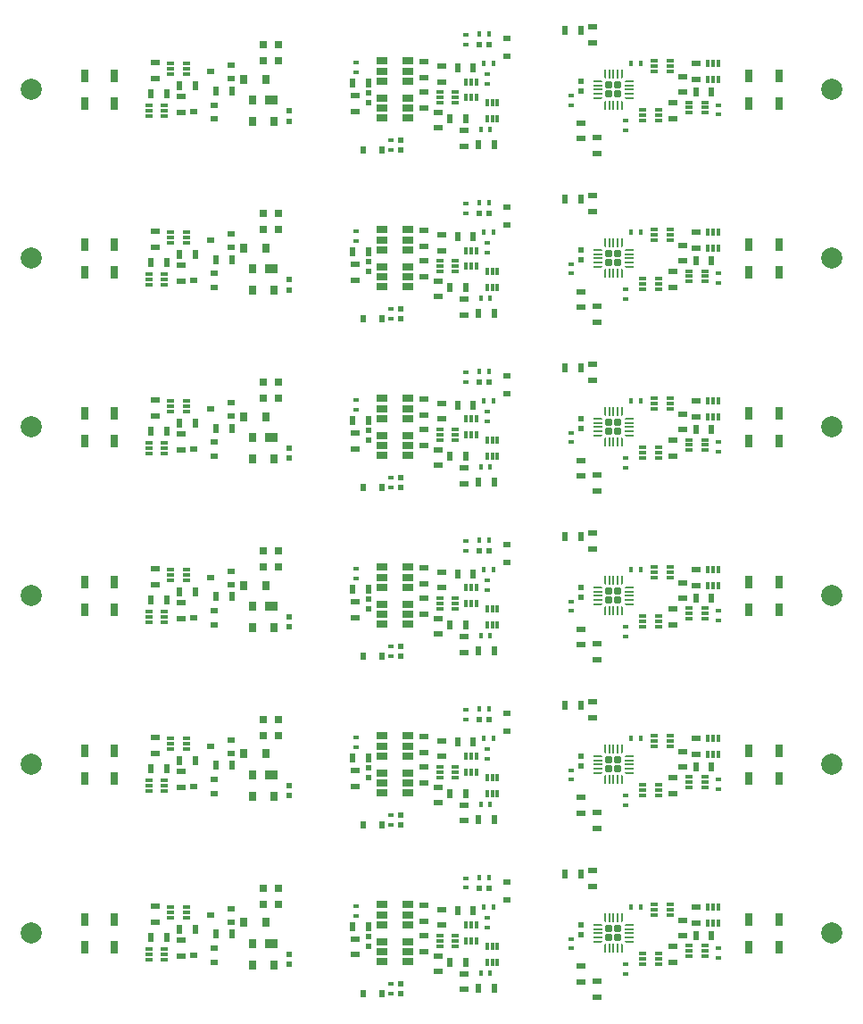
<source format=gtp>
G04 #@! TF.GenerationSoftware,KiCad,Pcbnew,7.0.11*
G04 #@! TF.CreationDate,2024-06-06T00:44:59+09:00*
G04 #@! TF.ProjectId,motordecoder2-K3057,6d6f746f-7264-4656-936f-646572322d4b,rev?*
G04 #@! TF.SameCoordinates,Original*
G04 #@! TF.FileFunction,Paste,Top*
G04 #@! TF.FilePolarity,Positive*
%FSLAX46Y46*%
G04 Gerber Fmt 4.6, Leading zero omitted, Abs format (unit mm)*
G04 Created by KiCad (PCBNEW 7.0.11) date 2024-06-06 00:44:59*
%MOMM*%
%LPD*%
G01*
G04 APERTURE LIST*
G04 Aperture macros list*
%AMRoundRect*
0 Rectangle with rounded corners*
0 $1 Rounding radius*
0 $2 $3 $4 $5 $6 $7 $8 $9 X,Y pos of 4 corners*
0 Add a 4 corners polygon primitive as box body*
4,1,4,$2,$3,$4,$5,$6,$7,$8,$9,$2,$3,0*
0 Add four circle primitives for the rounded corners*
1,1,$1+$1,$2,$3*
1,1,$1+$1,$4,$5*
1,1,$1+$1,$6,$7*
1,1,$1+$1,$8,$9*
0 Add four rect primitives between the rounded corners*
20,1,$1+$1,$2,$3,$4,$5,0*
20,1,$1+$1,$4,$5,$6,$7,0*
20,1,$1+$1,$6,$7,$8,$9,0*
20,1,$1+$1,$8,$9,$2,$3,0*%
%AMFreePoly0*
4,1,14,0.334644,0.085355,0.385355,0.034644,0.400000,-0.000711,0.400000,-0.050000,0.385355,-0.085355,0.350000,-0.100000,-0.350000,-0.100000,-0.385355,-0.085355,-0.400000,-0.050000,-0.400000,0.050000,-0.385355,0.085355,-0.350000,0.100000,0.299289,0.100000,0.334644,0.085355,0.334644,0.085355,$1*%
%AMFreePoly1*
4,1,14,0.385355,0.085355,0.400000,0.050000,0.400000,0.000711,0.385355,-0.034644,0.334644,-0.085355,0.299289,-0.100000,-0.350000,-0.100000,-0.385355,-0.085355,-0.400000,-0.050000,-0.400000,0.050000,-0.385355,0.085355,-0.350000,0.100000,0.350000,0.100000,0.385355,0.085355,0.385355,0.085355,$1*%
%AMFreePoly2*
4,1,14,0.085355,0.385355,0.100000,0.350000,0.100000,-0.350000,0.085355,-0.385355,0.050000,-0.400000,-0.050000,-0.400000,-0.085355,-0.385355,-0.100000,-0.350000,-0.100000,0.299289,-0.085355,0.334644,-0.034644,0.385355,0.000711,0.400000,0.050000,0.400000,0.085355,0.385355,0.085355,0.385355,$1*%
%AMFreePoly3*
4,1,14,0.034644,0.385355,0.085355,0.334644,0.100000,0.299289,0.100000,-0.350000,0.085355,-0.385355,0.050000,-0.400000,-0.050000,-0.400000,-0.085355,-0.385355,-0.100000,-0.350000,-0.100000,0.350000,-0.085355,0.385355,-0.050000,0.400000,-0.000711,0.400000,0.034644,0.385355,0.034644,0.385355,$1*%
%AMFreePoly4*
4,1,14,0.385355,0.085355,0.400000,0.050000,0.400000,-0.050000,0.385355,-0.085355,0.350000,-0.100000,-0.299289,-0.100000,-0.334644,-0.085355,-0.385355,-0.034644,-0.400000,0.000711,-0.400000,0.050000,-0.385355,0.085355,-0.350000,0.100000,0.350000,0.100000,0.385355,0.085355,0.385355,0.085355,$1*%
%AMFreePoly5*
4,1,14,0.385355,0.085355,0.400000,0.050000,0.400000,-0.050000,0.385355,-0.085355,0.350000,-0.100000,-0.350000,-0.100000,-0.385355,-0.085355,-0.400000,-0.050000,-0.400000,-0.000711,-0.385355,0.034644,-0.334644,0.085355,-0.299289,0.100000,0.350000,0.100000,0.385355,0.085355,0.385355,0.085355,$1*%
%AMFreePoly6*
4,1,14,0.085355,0.385355,0.100000,0.350000,0.100000,-0.299289,0.085355,-0.334644,0.034644,-0.385355,-0.000711,-0.400000,-0.050000,-0.400000,-0.085355,-0.385355,-0.100000,-0.350000,-0.100000,0.350000,-0.085355,0.385355,-0.050000,0.400000,0.050000,0.400000,0.085355,0.385355,0.085355,0.385355,$1*%
%AMFreePoly7*
4,1,14,0.085355,0.385355,0.100000,0.350000,0.100000,-0.350000,0.085355,-0.385355,0.050000,-0.400000,0.000711,-0.400000,-0.034644,-0.385355,-0.085355,-0.334644,-0.100000,-0.299289,-0.100000,0.350000,-0.085355,0.385355,-0.050000,0.400000,0.050000,0.400000,0.085355,0.385355,0.085355,0.385355,$1*%
G04 Aperture macros list end*
%ADD10R,0.500000X0.550000*%
%ADD11R,0.800000X0.800000*%
%ADD12R,0.550000X0.500000*%
%ADD13R,1.200000X0.900000*%
%ADD14R,0.800000X0.900000*%
%ADD15R,1.000000X0.700000*%
%ADD16R,0.300000X0.700000*%
%ADD17R,0.700000X0.300000*%
%ADD18R,0.900000X0.500000*%
%ADD19R,0.500000X0.900000*%
%ADD20R,0.600000X0.400000*%
%ADD21R,0.400000X0.600000*%
%ADD22RoundRect,0.172500X-0.172500X-0.172500X0.172500X-0.172500X0.172500X0.172500X-0.172500X0.172500X0*%
%ADD23FreePoly0,0.000000*%
%ADD24RoundRect,0.050000X-0.350000X-0.050000X0.350000X-0.050000X0.350000X0.050000X-0.350000X0.050000X0*%
%ADD25FreePoly1,0.000000*%
%ADD26FreePoly2,0.000000*%
%ADD27RoundRect,0.050000X-0.050000X-0.350000X0.050000X-0.350000X0.050000X0.350000X-0.050000X0.350000X0*%
%ADD28FreePoly3,0.000000*%
%ADD29FreePoly4,0.000000*%
%ADD30FreePoly5,0.000000*%
%ADD31FreePoly6,0.000000*%
%ADD32FreePoly7,0.000000*%
%ADD33R,0.800000X0.600000*%
%ADD34R,0.700000X0.800000*%
%ADD35R,0.800000X0.500000*%
%ADD36R,0.750000X1.300000*%
%ADD37R,0.600000X0.800000*%
%ADD38C,2.000000*%
G04 APERTURE END LIST*
D10*
X115000000Y-44975000D03*
X115000000Y-44025000D03*
D11*
X114000000Y-37725000D03*
X114000000Y-39275000D03*
D10*
X142650000Y-42125000D03*
X142650000Y-41175000D03*
X122500000Y-42275000D03*
X122500000Y-43225000D03*
D12*
X133975000Y-37750000D03*
X133025000Y-37750000D03*
D10*
X125600000Y-47725000D03*
X125600000Y-46775000D03*
D13*
X113300000Y-43000000D03*
D14*
X111500000Y-43000000D03*
X111500000Y-45000000D03*
X113500000Y-45000000D03*
X110700000Y-41000000D03*
X112800000Y-41000000D03*
D15*
X126200000Y-41200000D03*
X126200000Y-40250000D03*
X126200000Y-39300000D03*
X123800000Y-39300000D03*
X123800000Y-40250000D03*
X123800000Y-41200000D03*
X126200000Y-44700000D03*
X126200000Y-43750000D03*
X126200000Y-42800000D03*
X123800000Y-42800000D03*
X123800000Y-43750000D03*
X123800000Y-44700000D03*
D16*
X154700000Y-41050000D03*
X155200000Y-41050000D03*
X155700000Y-41050000D03*
X155700000Y-39550000D03*
X155200000Y-39550000D03*
X154700000Y-39550000D03*
D17*
X152950000Y-43200000D03*
X152950000Y-43700000D03*
X152950000Y-44200000D03*
X154450000Y-44200000D03*
X154450000Y-43700000D03*
X154450000Y-43200000D03*
X103750000Y-39500000D03*
X103750000Y-40000000D03*
X103750000Y-40500000D03*
X105250000Y-40500000D03*
X105250000Y-40000000D03*
X105250000Y-39500000D03*
X103150000Y-44500000D03*
X103150000Y-44000000D03*
X103150000Y-43500000D03*
X101650000Y-43500000D03*
X101650000Y-44000000D03*
X101650000Y-44500000D03*
X149650000Y-39300000D03*
X149650000Y-39800000D03*
X149650000Y-40300000D03*
X151150000Y-40300000D03*
X151150000Y-39800000D03*
X151150000Y-39300000D03*
D16*
X131750000Y-42750000D03*
X132250000Y-42750000D03*
X132750000Y-42750000D03*
X132750000Y-41250000D03*
X132250000Y-41250000D03*
X131750000Y-41250000D03*
X134750000Y-43250000D03*
X134250000Y-43250000D03*
X133750000Y-43250000D03*
X133750000Y-44750000D03*
X134250000Y-44750000D03*
X134750000Y-44750000D03*
D18*
X143800000Y-36050000D03*
X143800000Y-37550000D03*
X144200000Y-48050000D03*
X144200000Y-46550000D03*
X127750000Y-40850000D03*
X127750000Y-39350000D03*
X127750000Y-43750000D03*
X127750000Y-42250000D03*
D19*
X131750000Y-44750000D03*
X130250000Y-44750000D03*
D18*
X131600000Y-47350000D03*
X131600000Y-45850000D03*
D20*
X141750000Y-42550000D03*
X141750000Y-43450000D03*
D19*
X108050000Y-42100000D03*
X109550000Y-42100000D03*
D18*
X153600000Y-39550000D03*
X153600000Y-41050000D03*
D20*
X155700000Y-43450000D03*
X155700000Y-44350000D03*
D18*
X102300000Y-39450000D03*
X102300000Y-40950000D03*
X151400000Y-44750000D03*
X151400000Y-43250000D03*
D20*
X146900000Y-44950000D03*
X146900000Y-45850000D03*
D18*
X104700000Y-44150000D03*
X104700000Y-42650000D03*
D21*
X148350000Y-39500000D03*
X147450000Y-39500000D03*
D19*
X106050000Y-41600000D03*
X104550000Y-41600000D03*
D20*
X133800000Y-41450000D03*
X133800000Y-40550000D03*
D21*
X133950000Y-36750000D03*
X133050000Y-36750000D03*
D20*
X131750000Y-37700000D03*
X131750000Y-36800000D03*
D21*
X134350000Y-39500000D03*
X133450000Y-39500000D03*
D19*
X132950000Y-47200000D03*
X134450000Y-47200000D03*
D21*
X134050000Y-45750000D03*
X133150000Y-45750000D03*
D22*
X145325000Y-41575000D03*
X145325000Y-42425000D03*
X146175000Y-41575000D03*
X146175000Y-42425000D03*
D23*
X144300000Y-41200000D03*
D24*
X144300000Y-41600000D03*
X144300000Y-42000000D03*
X144300000Y-42400000D03*
D25*
X144300000Y-42800000D03*
D26*
X144950000Y-43450000D03*
D27*
X145350000Y-43450000D03*
X145750000Y-43450000D03*
X146150000Y-43450000D03*
D28*
X146550000Y-43450000D03*
D29*
X147200000Y-42800000D03*
D24*
X147200000Y-42400000D03*
X147200000Y-42000000D03*
X147200000Y-41600000D03*
D30*
X147200000Y-41200000D03*
D31*
X146550000Y-40550000D03*
D27*
X146150000Y-40550000D03*
X145750000Y-40550000D03*
X145350000Y-40550000D03*
D32*
X144950000Y-40550000D03*
D17*
X129250000Y-42250000D03*
X129250000Y-42750000D03*
X129250000Y-43250000D03*
X130750000Y-43250000D03*
X130750000Y-42750000D03*
X130750000Y-42250000D03*
D18*
X129100000Y-44150000D03*
X129100000Y-45650000D03*
D19*
X121000000Y-41400000D03*
X122500000Y-41400000D03*
D18*
X121250000Y-42550000D03*
X121250000Y-44050000D03*
D19*
X132450000Y-39900000D03*
X130950000Y-39900000D03*
D18*
X129500000Y-41250000D03*
X129500000Y-39750000D03*
D20*
X124600000Y-47700000D03*
X124600000Y-46800000D03*
D33*
X135600000Y-38850000D03*
X135600000Y-37150000D03*
D19*
X155050000Y-42200000D03*
X153550000Y-42200000D03*
D18*
X152300000Y-40750000D03*
X152300000Y-42250000D03*
D17*
X150050000Y-44900000D03*
X150050000Y-44400000D03*
X150050000Y-43900000D03*
X148550000Y-43900000D03*
X148550000Y-44400000D03*
X148550000Y-44900000D03*
D19*
X101850000Y-42400000D03*
X103350000Y-42400000D03*
D34*
X112500000Y-37725000D03*
X112500000Y-39275000D03*
D35*
X109450000Y-40950000D03*
X109450000Y-39650000D03*
X107550000Y-40300000D03*
D20*
X121300000Y-40350000D03*
X121300000Y-39450000D03*
D19*
X142650000Y-36400000D03*
X141150000Y-36400000D03*
D18*
X142700000Y-45150000D03*
X142700000Y-46650000D03*
D36*
X98375000Y-40700000D03*
X98375000Y-43300000D03*
X158625000Y-43300000D03*
X158625000Y-40700000D03*
X161425000Y-43300000D03*
X161425000Y-40700000D03*
X95575000Y-40700000D03*
X95575000Y-43300000D03*
D37*
X123750000Y-47750000D03*
X122050000Y-47750000D03*
D35*
X107850000Y-44750000D03*
X107850000Y-43450000D03*
X105950000Y-44100000D03*
D18*
X153600000Y-103550000D03*
X153600000Y-105050000D03*
D21*
X134050000Y-125750000D03*
X133150000Y-125750000D03*
D34*
X112500000Y-85725000D03*
X112500000Y-87275000D03*
D20*
X131750000Y-69700000D03*
X131750000Y-68800000D03*
D18*
X104700000Y-124150000D03*
X104700000Y-122650000D03*
D35*
X109450000Y-72950000D03*
X109450000Y-71650000D03*
X107550000Y-72300000D03*
D10*
X115000000Y-76975000D03*
X115000000Y-76025000D03*
D18*
X102300000Y-87450000D03*
X102300000Y-88950000D03*
D15*
X126200000Y-89200000D03*
X126200000Y-88250000D03*
X126200000Y-87300000D03*
X123800000Y-87300000D03*
X123800000Y-88250000D03*
X123800000Y-89200000D03*
D19*
X155050000Y-90200000D03*
X153550000Y-90200000D03*
D10*
X122500000Y-106275000D03*
X122500000Y-107225000D03*
D20*
X121300000Y-88350000D03*
X121300000Y-87450000D03*
D10*
X115000000Y-60975000D03*
X115000000Y-60025000D03*
D15*
X126200000Y-108700000D03*
X126200000Y-107750000D03*
X126200000Y-106800000D03*
X123800000Y-106800000D03*
X123800000Y-107750000D03*
X123800000Y-108700000D03*
D38*
X166500000Y-58000000D03*
D37*
X123750000Y-63750000D03*
X122050000Y-63750000D03*
D18*
X143800000Y-116050000D03*
X143800000Y-117550000D03*
X152300000Y-72750000D03*
X152300000Y-74250000D03*
D20*
X131750000Y-117700000D03*
X131750000Y-116800000D03*
X121300000Y-104350000D03*
X121300000Y-103450000D03*
D38*
X166500000Y-106000000D03*
D19*
X131750000Y-92750000D03*
X130250000Y-92750000D03*
D16*
X131750000Y-58750000D03*
X132250000Y-58750000D03*
X132750000Y-58750000D03*
X132750000Y-57250000D03*
X132250000Y-57250000D03*
X131750000Y-57250000D03*
D18*
X129500000Y-73250000D03*
X129500000Y-71750000D03*
D37*
X123750000Y-79750000D03*
X122050000Y-79750000D03*
D36*
X158625000Y-59300000D03*
X158625000Y-56700000D03*
D17*
X129250000Y-90250000D03*
X129250000Y-90750000D03*
X129250000Y-91250000D03*
X130750000Y-91250000D03*
X130750000Y-90750000D03*
X130750000Y-90250000D03*
D37*
X123750000Y-127750000D03*
X122050000Y-127750000D03*
D36*
X95575000Y-88700000D03*
X95575000Y-91300000D03*
D18*
X129500000Y-89250000D03*
X129500000Y-87750000D03*
D22*
X145325000Y-73575000D03*
X145325000Y-74425000D03*
X146175000Y-73575000D03*
X146175000Y-74425000D03*
D23*
X144300000Y-73200000D03*
D24*
X144300000Y-73600000D03*
X144300000Y-74000000D03*
X144300000Y-74400000D03*
D25*
X144300000Y-74800000D03*
D26*
X144950000Y-75450000D03*
D27*
X145350000Y-75450000D03*
X145750000Y-75450000D03*
X146150000Y-75450000D03*
D28*
X146550000Y-75450000D03*
D29*
X147200000Y-74800000D03*
D24*
X147200000Y-74400000D03*
X147200000Y-74000000D03*
X147200000Y-73600000D03*
D30*
X147200000Y-73200000D03*
D31*
X146550000Y-72550000D03*
D27*
X146150000Y-72550000D03*
X145750000Y-72550000D03*
X145350000Y-72550000D03*
D32*
X144950000Y-72550000D03*
D18*
X142700000Y-125150000D03*
X142700000Y-126650000D03*
D17*
X129250000Y-106250000D03*
X129250000Y-106750000D03*
X129250000Y-107250000D03*
X130750000Y-107250000D03*
X130750000Y-106750000D03*
X130750000Y-106250000D03*
D18*
X152300000Y-104750000D03*
X152300000Y-106250000D03*
X121250000Y-122550000D03*
X121250000Y-124050000D03*
D19*
X108050000Y-58100000D03*
X109550000Y-58100000D03*
D17*
X152950000Y-91200000D03*
X152950000Y-91700000D03*
X152950000Y-92200000D03*
X154450000Y-92200000D03*
X154450000Y-91700000D03*
X154450000Y-91200000D03*
D19*
X101850000Y-122400000D03*
X103350000Y-122400000D03*
D10*
X142650000Y-90125000D03*
X142650000Y-89175000D03*
D22*
X145325000Y-105575000D03*
X145325000Y-106425000D03*
X146175000Y-105575000D03*
X146175000Y-106425000D03*
D23*
X144300000Y-105200000D03*
D24*
X144300000Y-105600000D03*
X144300000Y-106000000D03*
X144300000Y-106400000D03*
D25*
X144300000Y-106800000D03*
D26*
X144950000Y-107450000D03*
D27*
X145350000Y-107450000D03*
X145750000Y-107450000D03*
X146150000Y-107450000D03*
D28*
X146550000Y-107450000D03*
D29*
X147200000Y-106800000D03*
D24*
X147200000Y-106400000D03*
X147200000Y-106000000D03*
X147200000Y-105600000D03*
D30*
X147200000Y-105200000D03*
D31*
X146550000Y-104550000D03*
D27*
X146150000Y-104550000D03*
X145750000Y-104550000D03*
X145350000Y-104550000D03*
D32*
X144950000Y-104550000D03*
D18*
X127750000Y-56850000D03*
X127750000Y-55350000D03*
D17*
X103150000Y-60500000D03*
X103150000Y-60000000D03*
X103150000Y-59500000D03*
X101650000Y-59500000D03*
X101650000Y-60000000D03*
X101650000Y-60500000D03*
X103750000Y-55500000D03*
X103750000Y-56000000D03*
X103750000Y-56500000D03*
X105250000Y-56500000D03*
X105250000Y-56000000D03*
X105250000Y-55500000D03*
D21*
X133950000Y-52750000D03*
X133050000Y-52750000D03*
D19*
X142650000Y-116400000D03*
X141150000Y-116400000D03*
D21*
X133950000Y-68750000D03*
X133050000Y-68750000D03*
X134050000Y-77750000D03*
X133150000Y-77750000D03*
D19*
X108050000Y-74100000D03*
X109550000Y-74100000D03*
D20*
X133800000Y-89450000D03*
X133800000Y-88550000D03*
D12*
X133975000Y-69750000D03*
X133025000Y-69750000D03*
D14*
X110700000Y-57000000D03*
X112800000Y-57000000D03*
X110700000Y-121000000D03*
X112800000Y-121000000D03*
D17*
X152950000Y-123200000D03*
X152950000Y-123700000D03*
X152950000Y-124200000D03*
X154450000Y-124200000D03*
X154450000Y-123700000D03*
X154450000Y-123200000D03*
D38*
X90500000Y-106000000D03*
D17*
X129250000Y-122250000D03*
X129250000Y-122750000D03*
X129250000Y-123250000D03*
X130750000Y-123250000D03*
X130750000Y-122750000D03*
X130750000Y-122250000D03*
D21*
X134350000Y-87500000D03*
X133450000Y-87500000D03*
D17*
X129250000Y-58250000D03*
X129250000Y-58750000D03*
X129250000Y-59250000D03*
X130750000Y-59250000D03*
X130750000Y-58750000D03*
X130750000Y-58250000D03*
D10*
X125600000Y-63725000D03*
X125600000Y-62775000D03*
D19*
X106050000Y-89600000D03*
X104550000Y-89600000D03*
X131750000Y-76750000D03*
X130250000Y-76750000D03*
D18*
X153600000Y-119550000D03*
X153600000Y-121050000D03*
D17*
X103750000Y-103500000D03*
X103750000Y-104000000D03*
X103750000Y-104500000D03*
X105250000Y-104500000D03*
X105250000Y-104000000D03*
X105250000Y-103500000D03*
X150050000Y-108900000D03*
X150050000Y-108400000D03*
X150050000Y-107900000D03*
X148550000Y-107900000D03*
X148550000Y-108400000D03*
X148550000Y-108900000D03*
D18*
X131600000Y-79350000D03*
X131600000Y-77850000D03*
D20*
X133800000Y-73450000D03*
X133800000Y-72550000D03*
D18*
X142700000Y-61150000D03*
X142700000Y-62650000D03*
D16*
X131750000Y-106750000D03*
X132250000Y-106750000D03*
X132750000Y-106750000D03*
X132750000Y-105250000D03*
X132250000Y-105250000D03*
X131750000Y-105250000D03*
D36*
X161425000Y-107300000D03*
X161425000Y-104700000D03*
D38*
X90500000Y-74000000D03*
D20*
X155700000Y-75450000D03*
X155700000Y-76350000D03*
D36*
X158625000Y-91300000D03*
X158625000Y-88700000D03*
D18*
X152300000Y-120750000D03*
X152300000Y-122250000D03*
D36*
X158625000Y-123300000D03*
X158625000Y-120700000D03*
D19*
X101850000Y-58400000D03*
X103350000Y-58400000D03*
D38*
X166500000Y-122000000D03*
D21*
X134350000Y-119500000D03*
X133450000Y-119500000D03*
D13*
X113300000Y-59000000D03*
D14*
X111500000Y-59000000D03*
X111500000Y-61000000D03*
X113500000Y-61000000D03*
D36*
X158625000Y-75300000D03*
X158625000Y-72700000D03*
D20*
X155700000Y-123450000D03*
X155700000Y-124350000D03*
D17*
X103150000Y-76500000D03*
X103150000Y-76000000D03*
X103150000Y-75500000D03*
X101650000Y-75500000D03*
X101650000Y-76000000D03*
X101650000Y-76500000D03*
D20*
X124600000Y-111700000D03*
X124600000Y-110800000D03*
X146900000Y-108950000D03*
X146900000Y-109850000D03*
D10*
X125600000Y-95725000D03*
X125600000Y-94775000D03*
D18*
X129100000Y-76150000D03*
X129100000Y-77650000D03*
D16*
X131750000Y-74750000D03*
X132250000Y-74750000D03*
X132750000Y-74750000D03*
X132750000Y-73250000D03*
X132250000Y-73250000D03*
X131750000Y-73250000D03*
D17*
X149650000Y-119300000D03*
X149650000Y-119800000D03*
X149650000Y-120300000D03*
X151150000Y-120300000D03*
X151150000Y-119800000D03*
X151150000Y-119300000D03*
D38*
X90500000Y-90000000D03*
D15*
X126200000Y-57200000D03*
X126200000Y-56250000D03*
X126200000Y-55300000D03*
X123800000Y-55300000D03*
X123800000Y-56250000D03*
X123800000Y-57200000D03*
D19*
X132450000Y-119900000D03*
X130950000Y-119900000D03*
D21*
X133950000Y-84750000D03*
X133050000Y-84750000D03*
D18*
X129500000Y-57250000D03*
X129500000Y-55750000D03*
D19*
X101850000Y-90400000D03*
X103350000Y-90400000D03*
D15*
X126200000Y-60700000D03*
X126200000Y-59750000D03*
X126200000Y-58800000D03*
X123800000Y-58800000D03*
X123800000Y-59750000D03*
X123800000Y-60700000D03*
D38*
X90500000Y-122000000D03*
D21*
X133950000Y-116750000D03*
X133050000Y-116750000D03*
D20*
X141750000Y-106550000D03*
X141750000Y-107450000D03*
D18*
X144200000Y-80050000D03*
X144200000Y-78550000D03*
X127750000Y-88850000D03*
X127750000Y-87350000D03*
D33*
X135600000Y-86850000D03*
X135600000Y-85150000D03*
D20*
X124600000Y-63700000D03*
X124600000Y-62800000D03*
D18*
X142700000Y-93150000D03*
X142700000Y-94650000D03*
D19*
X121000000Y-73400000D03*
X122500000Y-73400000D03*
D18*
X102300000Y-103450000D03*
X102300000Y-104950000D03*
D22*
X145325000Y-121575000D03*
X145325000Y-122425000D03*
X146175000Y-121575000D03*
X146175000Y-122425000D03*
D23*
X144300000Y-121200000D03*
D24*
X144300000Y-121600000D03*
X144300000Y-122000000D03*
X144300000Y-122400000D03*
D25*
X144300000Y-122800000D03*
D26*
X144950000Y-123450000D03*
D27*
X145350000Y-123450000D03*
X145750000Y-123450000D03*
X146150000Y-123450000D03*
D28*
X146550000Y-123450000D03*
D29*
X147200000Y-122800000D03*
D24*
X147200000Y-122400000D03*
X147200000Y-122000000D03*
X147200000Y-121600000D03*
D30*
X147200000Y-121200000D03*
D31*
X146550000Y-120550000D03*
D27*
X146150000Y-120550000D03*
X145750000Y-120550000D03*
X145350000Y-120550000D03*
D32*
X144950000Y-120550000D03*
D19*
X121000000Y-57400000D03*
X122500000Y-57400000D03*
D18*
X104700000Y-108150000D03*
X104700000Y-106650000D03*
D35*
X107850000Y-124750000D03*
X107850000Y-123450000D03*
X105950000Y-124100000D03*
D17*
X103750000Y-119500000D03*
X103750000Y-120000000D03*
X103750000Y-120500000D03*
X105250000Y-120500000D03*
X105250000Y-120000000D03*
X105250000Y-119500000D03*
D19*
X142650000Y-84400000D03*
X141150000Y-84400000D03*
D20*
X121300000Y-120350000D03*
X121300000Y-119450000D03*
D11*
X114000000Y-53725000D03*
X114000000Y-55275000D03*
D20*
X124600000Y-95700000D03*
X124600000Y-94800000D03*
D17*
X152950000Y-75200000D03*
X152950000Y-75700000D03*
X152950000Y-76200000D03*
X154450000Y-76200000D03*
X154450000Y-75700000D03*
X154450000Y-75200000D03*
D10*
X122500000Y-58275000D03*
X122500000Y-59225000D03*
D11*
X114000000Y-85725000D03*
X114000000Y-87275000D03*
D10*
X122500000Y-90275000D03*
X122500000Y-91225000D03*
D19*
X121000000Y-89400000D03*
X122500000Y-89400000D03*
D36*
X98375000Y-120700000D03*
X98375000Y-123300000D03*
D33*
X135600000Y-102850000D03*
X135600000Y-101150000D03*
D18*
X131600000Y-111350000D03*
X131600000Y-109850000D03*
D19*
X155050000Y-106200000D03*
X153550000Y-106200000D03*
X101850000Y-106400000D03*
X103350000Y-106400000D03*
D18*
X144200000Y-64050000D03*
X144200000Y-62550000D03*
D10*
X115000000Y-124975000D03*
X115000000Y-124025000D03*
D19*
X142650000Y-52400000D03*
X141150000Y-52400000D03*
D18*
X127750000Y-107750000D03*
X127750000Y-106250000D03*
D19*
X132950000Y-79200000D03*
X134450000Y-79200000D03*
D18*
X102300000Y-71450000D03*
X102300000Y-72950000D03*
D15*
X126200000Y-121200000D03*
X126200000Y-120250000D03*
X126200000Y-119300000D03*
X123800000Y-119300000D03*
X123800000Y-120250000D03*
X123800000Y-121200000D03*
D18*
X127750000Y-91750000D03*
X127750000Y-90250000D03*
D20*
X131750000Y-53700000D03*
X131750000Y-52800000D03*
D21*
X134350000Y-103500000D03*
X133450000Y-103500000D03*
X134050000Y-93750000D03*
X133150000Y-93750000D03*
D13*
X113300000Y-107000000D03*
D14*
X111500000Y-107000000D03*
X111500000Y-109000000D03*
X113500000Y-109000000D03*
D10*
X142650000Y-74125000D03*
X142650000Y-73175000D03*
D36*
X98375000Y-88700000D03*
X98375000Y-91300000D03*
D10*
X142650000Y-122125000D03*
X142650000Y-121175000D03*
D11*
X114000000Y-117725000D03*
X114000000Y-119275000D03*
D17*
X103150000Y-108500000D03*
X103150000Y-108000000D03*
X103150000Y-107500000D03*
X101650000Y-107500000D03*
X101650000Y-108000000D03*
X101650000Y-108500000D03*
D19*
X131750000Y-108750000D03*
X130250000Y-108750000D03*
D10*
X122500000Y-122275000D03*
X122500000Y-123225000D03*
D18*
X129100000Y-124150000D03*
X129100000Y-125650000D03*
D20*
X146900000Y-124950000D03*
X146900000Y-125850000D03*
D18*
X131600000Y-127350000D03*
X131600000Y-125850000D03*
D21*
X148350000Y-71500000D03*
X147450000Y-71500000D03*
D38*
X166500000Y-74000000D03*
D18*
X131600000Y-95350000D03*
X131600000Y-93850000D03*
D19*
X132450000Y-103900000D03*
X130950000Y-103900000D03*
D20*
X131750000Y-101700000D03*
X131750000Y-100800000D03*
D18*
X102300000Y-55450000D03*
X102300000Y-56950000D03*
D19*
X142650000Y-68400000D03*
X141150000Y-68400000D03*
D12*
X133975000Y-85750000D03*
X133025000Y-85750000D03*
D17*
X149650000Y-71300000D03*
X149650000Y-71800000D03*
X149650000Y-72300000D03*
X151150000Y-72300000D03*
X151150000Y-71800000D03*
X151150000Y-71300000D03*
D16*
X134750000Y-75250000D03*
X134250000Y-75250000D03*
X133750000Y-75250000D03*
X133750000Y-76750000D03*
X134250000Y-76750000D03*
X134750000Y-76750000D03*
D10*
X115000000Y-108975000D03*
X115000000Y-108025000D03*
D19*
X155050000Y-74200000D03*
X153550000Y-74200000D03*
D20*
X141750000Y-74550000D03*
X141750000Y-75450000D03*
D19*
X131750000Y-124750000D03*
X130250000Y-124750000D03*
D15*
X126200000Y-124700000D03*
X126200000Y-123750000D03*
X126200000Y-122800000D03*
X123800000Y-122800000D03*
X123800000Y-123750000D03*
X123800000Y-124700000D03*
D14*
X110700000Y-89000000D03*
X112800000Y-89000000D03*
D19*
X101850000Y-74400000D03*
X103350000Y-74400000D03*
D17*
X150050000Y-60900000D03*
X150050000Y-60400000D03*
X150050000Y-59900000D03*
X148550000Y-59900000D03*
X148550000Y-60400000D03*
X148550000Y-60900000D03*
D18*
X144200000Y-96050000D03*
X144200000Y-94550000D03*
D19*
X108050000Y-90100000D03*
X109550000Y-90100000D03*
D36*
X161425000Y-123300000D03*
X161425000Y-120700000D03*
D20*
X155700000Y-59450000D03*
X155700000Y-60350000D03*
D17*
X152950000Y-59200000D03*
X152950000Y-59700000D03*
X152950000Y-60200000D03*
X154450000Y-60200000D03*
X154450000Y-59700000D03*
X154450000Y-59200000D03*
D20*
X146900000Y-76950000D03*
X146900000Y-77850000D03*
D36*
X95575000Y-56700000D03*
X95575000Y-59300000D03*
D17*
X149650000Y-103300000D03*
X149650000Y-103800000D03*
X149650000Y-104300000D03*
X151150000Y-104300000D03*
X151150000Y-103800000D03*
X151150000Y-103300000D03*
D19*
X121000000Y-105400000D03*
X122500000Y-105400000D03*
D14*
X110700000Y-105000000D03*
X112800000Y-105000000D03*
D10*
X125600000Y-111725000D03*
X125600000Y-110775000D03*
D35*
X107850000Y-60750000D03*
X107850000Y-59450000D03*
X105950000Y-60100000D03*
D17*
X103750000Y-71500000D03*
X103750000Y-72000000D03*
X103750000Y-72500000D03*
X105250000Y-72500000D03*
X105250000Y-72000000D03*
X105250000Y-71500000D03*
D35*
X107850000Y-108750000D03*
X107850000Y-107450000D03*
X105950000Y-108100000D03*
D20*
X133800000Y-105450000D03*
X133800000Y-104550000D03*
D11*
X114000000Y-101725000D03*
X114000000Y-103275000D03*
D21*
X134050000Y-61750000D03*
X133150000Y-61750000D03*
D19*
X132950000Y-127200000D03*
X134450000Y-127200000D03*
D12*
X133975000Y-101750000D03*
X133025000Y-101750000D03*
D18*
X151400000Y-60750000D03*
X151400000Y-59250000D03*
D19*
X121000000Y-121400000D03*
X122500000Y-121400000D03*
D33*
X135600000Y-118850000D03*
X135600000Y-117150000D03*
D20*
X155700000Y-107450000D03*
X155700000Y-108350000D03*
X131750000Y-85700000D03*
X131750000Y-84800000D03*
D10*
X142650000Y-106125000D03*
X142650000Y-105175000D03*
D18*
X151400000Y-108750000D03*
X151400000Y-107250000D03*
D19*
X108050000Y-106100000D03*
X109550000Y-106100000D03*
D17*
X150050000Y-92900000D03*
X150050000Y-92400000D03*
X150050000Y-91900000D03*
X148550000Y-91900000D03*
X148550000Y-92400000D03*
X148550000Y-92900000D03*
D20*
X133800000Y-121450000D03*
X133800000Y-120550000D03*
D21*
X148350000Y-55500000D03*
X147450000Y-55500000D03*
X134350000Y-55500000D03*
X133450000Y-55500000D03*
D16*
X134750000Y-59250000D03*
X134250000Y-59250000D03*
X133750000Y-59250000D03*
X133750000Y-60750000D03*
X134250000Y-60750000D03*
X134750000Y-60750000D03*
D18*
X121250000Y-58550000D03*
X121250000Y-60050000D03*
D19*
X131750000Y-60750000D03*
X130250000Y-60750000D03*
D18*
X127750000Y-59750000D03*
X127750000Y-58250000D03*
D21*
X133950000Y-100750000D03*
X133050000Y-100750000D03*
D19*
X132950000Y-111200000D03*
X134450000Y-111200000D03*
D18*
X142700000Y-77150000D03*
X142700000Y-78650000D03*
D20*
X124600000Y-127700000D03*
X124600000Y-126800000D03*
D19*
X132950000Y-95200000D03*
X134450000Y-95200000D03*
D18*
X121250000Y-90550000D03*
X121250000Y-92050000D03*
X129500000Y-121250000D03*
X129500000Y-119750000D03*
X143800000Y-52050000D03*
X143800000Y-53550000D03*
X129500000Y-105250000D03*
X129500000Y-103750000D03*
D16*
X154700000Y-89050000D03*
X155200000Y-89050000D03*
X155700000Y-89050000D03*
X155700000Y-87550000D03*
X155200000Y-87550000D03*
X154700000Y-87550000D03*
D19*
X132450000Y-55900000D03*
X130950000Y-55900000D03*
D18*
X131600000Y-63350000D03*
X131600000Y-61850000D03*
D19*
X155050000Y-122200000D03*
X153550000Y-122200000D03*
D18*
X152300000Y-56750000D03*
X152300000Y-58250000D03*
X153600000Y-71550000D03*
X153600000Y-73050000D03*
X153600000Y-55550000D03*
X153600000Y-57050000D03*
X151400000Y-124750000D03*
X151400000Y-123250000D03*
D38*
X166500000Y-90000000D03*
D36*
X161425000Y-91300000D03*
X161425000Y-88700000D03*
D20*
X133800000Y-57450000D03*
X133800000Y-56550000D03*
D36*
X161425000Y-59300000D03*
X161425000Y-56700000D03*
D10*
X125600000Y-127725000D03*
X125600000Y-126775000D03*
D35*
X107850000Y-76750000D03*
X107850000Y-75450000D03*
X105950000Y-76100000D03*
D36*
X158625000Y-107300000D03*
X158625000Y-104700000D03*
D17*
X150050000Y-124900000D03*
X150050000Y-124400000D03*
X150050000Y-123900000D03*
X148550000Y-123900000D03*
X148550000Y-124400000D03*
X148550000Y-124900000D03*
D35*
X109450000Y-104950000D03*
X109450000Y-103650000D03*
X107550000Y-104300000D03*
D18*
X121250000Y-106550000D03*
X121250000Y-108050000D03*
D16*
X154700000Y-105050000D03*
X155200000Y-105050000D03*
X155700000Y-105050000D03*
X155700000Y-103550000D03*
X155200000Y-103550000D03*
X154700000Y-103550000D03*
D19*
X132450000Y-87900000D03*
X130950000Y-87900000D03*
D18*
X104700000Y-60150000D03*
X104700000Y-58650000D03*
D38*
X90500000Y-42000000D03*
D33*
X135600000Y-70850000D03*
X135600000Y-69150000D03*
D36*
X98375000Y-72700000D03*
X98375000Y-75300000D03*
D19*
X142650000Y-100400000D03*
X141150000Y-100400000D03*
D36*
X95575000Y-72700000D03*
X95575000Y-75300000D03*
D10*
X125600000Y-79725000D03*
X125600000Y-78775000D03*
D19*
X108050000Y-122100000D03*
X109550000Y-122100000D03*
D34*
X112500000Y-53725000D03*
X112500000Y-55275000D03*
D21*
X134350000Y-71500000D03*
X133450000Y-71500000D03*
D16*
X131750000Y-122750000D03*
X132250000Y-122750000D03*
X132750000Y-122750000D03*
X132750000Y-121250000D03*
X132250000Y-121250000D03*
X131750000Y-121250000D03*
D34*
X112500000Y-117725000D03*
X112500000Y-119275000D03*
D18*
X127750000Y-75750000D03*
X127750000Y-74250000D03*
D21*
X148350000Y-103500000D03*
X147450000Y-103500000D03*
D17*
X103750000Y-87500000D03*
X103750000Y-88000000D03*
X103750000Y-88500000D03*
X105250000Y-88500000D03*
X105250000Y-88000000D03*
X105250000Y-87500000D03*
D33*
X135600000Y-54850000D03*
X135600000Y-53150000D03*
D18*
X151400000Y-92750000D03*
X151400000Y-91250000D03*
D21*
X148350000Y-119500000D03*
X147450000Y-119500000D03*
D22*
X145325000Y-57575000D03*
X145325000Y-58425000D03*
X146175000Y-57575000D03*
X146175000Y-58425000D03*
D23*
X144300000Y-57200000D03*
D24*
X144300000Y-57600000D03*
X144300000Y-58000000D03*
X144300000Y-58400000D03*
D25*
X144300000Y-58800000D03*
D26*
X144950000Y-59450000D03*
D27*
X145350000Y-59450000D03*
X145750000Y-59450000D03*
X146150000Y-59450000D03*
D28*
X146550000Y-59450000D03*
D29*
X147200000Y-58800000D03*
D24*
X147200000Y-58400000D03*
X147200000Y-58000000D03*
X147200000Y-57600000D03*
D30*
X147200000Y-57200000D03*
D31*
X146550000Y-56550000D03*
D27*
X146150000Y-56550000D03*
X145750000Y-56550000D03*
X145350000Y-56550000D03*
D32*
X144950000Y-56550000D03*
D36*
X98375000Y-104700000D03*
X98375000Y-107300000D03*
D18*
X143800000Y-84050000D03*
X143800000Y-85550000D03*
D17*
X129250000Y-74250000D03*
X129250000Y-74750000D03*
X129250000Y-75250000D03*
X130750000Y-75250000D03*
X130750000Y-74750000D03*
X130750000Y-74250000D03*
D18*
X129100000Y-60150000D03*
X129100000Y-61650000D03*
D34*
X112500000Y-69725000D03*
X112500000Y-71275000D03*
D17*
X150050000Y-76900000D03*
X150050000Y-76400000D03*
X150050000Y-75900000D03*
X148550000Y-75900000D03*
X148550000Y-76400000D03*
X148550000Y-76900000D03*
D18*
X104700000Y-92150000D03*
X104700000Y-90650000D03*
D17*
X149650000Y-87300000D03*
X149650000Y-87800000D03*
X149650000Y-88300000D03*
X151150000Y-88300000D03*
X151150000Y-87800000D03*
X151150000Y-87300000D03*
X149650000Y-55300000D03*
X149650000Y-55800000D03*
X149650000Y-56300000D03*
X151150000Y-56300000D03*
X151150000Y-55800000D03*
X151150000Y-55300000D03*
D18*
X102300000Y-119450000D03*
X102300000Y-120950000D03*
D10*
X115000000Y-92975000D03*
X115000000Y-92025000D03*
D19*
X132950000Y-63200000D03*
X134450000Y-63200000D03*
D18*
X127750000Y-120850000D03*
X127750000Y-119350000D03*
D35*
X109450000Y-120950000D03*
X109450000Y-119650000D03*
X107550000Y-120300000D03*
D19*
X106050000Y-73600000D03*
X104550000Y-73600000D03*
X106050000Y-105600000D03*
X104550000Y-105600000D03*
D18*
X143800000Y-68050000D03*
X143800000Y-69550000D03*
X127750000Y-72850000D03*
X127750000Y-71350000D03*
D17*
X152950000Y-107200000D03*
X152950000Y-107700000D03*
X152950000Y-108200000D03*
X154450000Y-108200000D03*
X154450000Y-107700000D03*
X154450000Y-107200000D03*
D36*
X95575000Y-104700000D03*
X95575000Y-107300000D03*
D20*
X124600000Y-79700000D03*
X124600000Y-78800000D03*
D16*
X154700000Y-57050000D03*
X155200000Y-57050000D03*
X155700000Y-57050000D03*
X155700000Y-55550000D03*
X155200000Y-55550000D03*
X154700000Y-55550000D03*
D35*
X109450000Y-88950000D03*
X109450000Y-87650000D03*
X107550000Y-88300000D03*
D21*
X134050000Y-109750000D03*
X133150000Y-109750000D03*
D18*
X129100000Y-92150000D03*
X129100000Y-93650000D03*
D20*
X121300000Y-72350000D03*
X121300000Y-71450000D03*
X146900000Y-92950000D03*
X146900000Y-93850000D03*
D10*
X122500000Y-74275000D03*
X122500000Y-75225000D03*
D20*
X146900000Y-60950000D03*
X146900000Y-61850000D03*
D15*
X126200000Y-73200000D03*
X126200000Y-72250000D03*
X126200000Y-71300000D03*
X123800000Y-71300000D03*
X123800000Y-72250000D03*
X123800000Y-73200000D03*
D37*
X123750000Y-111750000D03*
X122050000Y-111750000D03*
D14*
X110700000Y-73000000D03*
X112800000Y-73000000D03*
D11*
X114000000Y-69725000D03*
X114000000Y-71275000D03*
D18*
X121250000Y-74550000D03*
X121250000Y-76050000D03*
X153600000Y-87550000D03*
X153600000Y-89050000D03*
D20*
X141750000Y-122550000D03*
X141750000Y-123450000D03*
D18*
X151400000Y-76750000D03*
X151400000Y-75250000D03*
D35*
X109450000Y-56950000D03*
X109450000Y-55650000D03*
X107550000Y-56300000D03*
D16*
X154700000Y-73050000D03*
X155200000Y-73050000D03*
X155700000Y-73050000D03*
X155700000Y-71550000D03*
X155200000Y-71550000D03*
X154700000Y-71550000D03*
D10*
X142650000Y-58125000D03*
X142650000Y-57175000D03*
D13*
X113300000Y-75000000D03*
D14*
X111500000Y-75000000D03*
X111500000Y-77000000D03*
X113500000Y-77000000D03*
D18*
X104700000Y-76150000D03*
X104700000Y-74650000D03*
D13*
X113300000Y-91000000D03*
D14*
X111500000Y-91000000D03*
X111500000Y-93000000D03*
X113500000Y-93000000D03*
D36*
X98375000Y-56700000D03*
X98375000Y-59300000D03*
D18*
X144200000Y-112050000D03*
X144200000Y-110550000D03*
X152300000Y-88750000D03*
X152300000Y-90250000D03*
D12*
X133975000Y-53750000D03*
X133025000Y-53750000D03*
D18*
X129100000Y-108150000D03*
X129100000Y-109650000D03*
D16*
X134750000Y-123250000D03*
X134250000Y-123250000D03*
X133750000Y-123250000D03*
X133750000Y-124750000D03*
X134250000Y-124750000D03*
X134750000Y-124750000D03*
D19*
X106050000Y-121600000D03*
X104550000Y-121600000D03*
D12*
X133975000Y-117750000D03*
X133025000Y-117750000D03*
D16*
X134750000Y-91250000D03*
X134250000Y-91250000D03*
X133750000Y-91250000D03*
X133750000Y-92750000D03*
X134250000Y-92750000D03*
X134750000Y-92750000D03*
D20*
X141750000Y-90550000D03*
X141750000Y-91450000D03*
D15*
X126200000Y-76700000D03*
X126200000Y-75750000D03*
X126200000Y-74800000D03*
X123800000Y-74800000D03*
X123800000Y-75750000D03*
X123800000Y-76700000D03*
D16*
X131750000Y-90750000D03*
X132250000Y-90750000D03*
X132750000Y-90750000D03*
X132750000Y-89250000D03*
X132250000Y-89250000D03*
X131750000Y-89250000D03*
D18*
X127750000Y-123750000D03*
X127750000Y-122250000D03*
D19*
X132450000Y-71900000D03*
X130950000Y-71900000D03*
D15*
X126200000Y-105200000D03*
X126200000Y-104250000D03*
X126200000Y-103300000D03*
X123800000Y-103300000D03*
X123800000Y-104250000D03*
X123800000Y-105200000D03*
D35*
X107850000Y-92750000D03*
X107850000Y-91450000D03*
X105950000Y-92100000D03*
D20*
X155700000Y-91450000D03*
X155700000Y-92350000D03*
D18*
X143800000Y-100050000D03*
X143800000Y-101550000D03*
D17*
X103150000Y-92500000D03*
X103150000Y-92000000D03*
X103150000Y-91500000D03*
X101650000Y-91500000D03*
X101650000Y-92000000D03*
X101650000Y-92500000D03*
D38*
X166500000Y-42000000D03*
D17*
X103150000Y-124500000D03*
X103150000Y-124000000D03*
X103150000Y-123500000D03*
X101650000Y-123500000D03*
X101650000Y-124000000D03*
X101650000Y-124500000D03*
D18*
X127750000Y-104850000D03*
X127750000Y-103350000D03*
D37*
X123750000Y-95750000D03*
X122050000Y-95750000D03*
D18*
X142700000Y-109150000D03*
X142700000Y-110650000D03*
D36*
X161425000Y-75300000D03*
X161425000Y-72700000D03*
D22*
X145325000Y-89575000D03*
X145325000Y-90425000D03*
X146175000Y-89575000D03*
X146175000Y-90425000D03*
D23*
X144300000Y-89200000D03*
D24*
X144300000Y-89600000D03*
X144300000Y-90000000D03*
X144300000Y-90400000D03*
D25*
X144300000Y-90800000D03*
D26*
X144950000Y-91450000D03*
D27*
X145350000Y-91450000D03*
X145750000Y-91450000D03*
X146150000Y-91450000D03*
D28*
X146550000Y-91450000D03*
D29*
X147200000Y-90800000D03*
D24*
X147200000Y-90400000D03*
X147200000Y-90000000D03*
X147200000Y-89600000D03*
D30*
X147200000Y-89200000D03*
D31*
X146550000Y-88550000D03*
D27*
X146150000Y-88550000D03*
X145750000Y-88550000D03*
X145350000Y-88550000D03*
D32*
X144950000Y-88550000D03*
D36*
X95575000Y-120700000D03*
X95575000Y-123300000D03*
D18*
X144200000Y-128050000D03*
X144200000Y-126550000D03*
D16*
X154700000Y-121050000D03*
X155200000Y-121050000D03*
X155700000Y-121050000D03*
X155700000Y-119550000D03*
X155200000Y-119550000D03*
X154700000Y-119550000D03*
D20*
X141750000Y-58550000D03*
X141750000Y-59450000D03*
D16*
X134750000Y-107250000D03*
X134250000Y-107250000D03*
X133750000Y-107250000D03*
X133750000Y-108750000D03*
X134250000Y-108750000D03*
X134750000Y-108750000D03*
D19*
X155050000Y-58200000D03*
X153550000Y-58200000D03*
D20*
X121300000Y-56350000D03*
X121300000Y-55450000D03*
D15*
X126200000Y-92700000D03*
X126200000Y-91750000D03*
X126200000Y-90800000D03*
X123800000Y-90800000D03*
X123800000Y-91750000D03*
X123800000Y-92700000D03*
D21*
X148350000Y-87500000D03*
X147450000Y-87500000D03*
D19*
X106050000Y-57600000D03*
X104550000Y-57600000D03*
D13*
X113300000Y-123000000D03*
D14*
X111500000Y-123000000D03*
X111500000Y-125000000D03*
X113500000Y-125000000D03*
D34*
X112500000Y-101725000D03*
X112500000Y-103275000D03*
D38*
X90500000Y-58000000D03*
M02*

</source>
